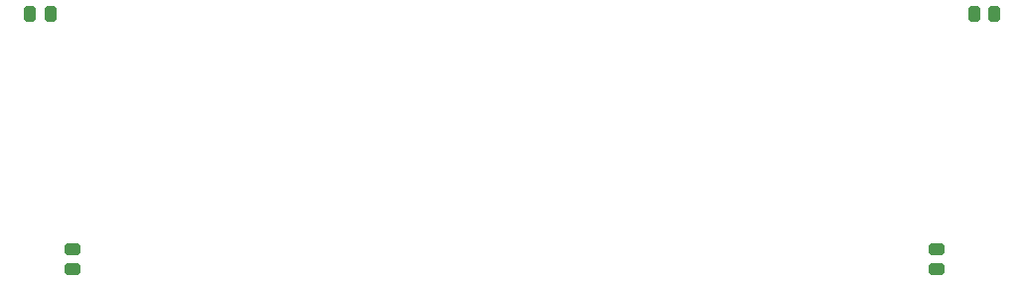
<source format=gtp>
G04 #@! TF.GenerationSoftware,KiCad,Pcbnew,(6.0.1-0)*
G04 #@! TF.CreationDate,2022-02-13T03:47:25-05:00*
G04 #@! TF.ProjectId,Adapter-30,41646170-7465-4722-9d33-302e6b696361,1.0-SOP*
G04 #@! TF.SameCoordinates,Original*
G04 #@! TF.FileFunction,Paste,Top*
G04 #@! TF.FilePolarity,Positive*
%FSLAX46Y46*%
G04 Gerber Fmt 4.6, Leading zero omitted, Abs format (unit mm)*
G04 Created by KiCad (PCBNEW (6.0.1-0)) date 2022-02-13 03:47:25*
%MOMM*%
%LPD*%
G01*
G04 APERTURE LIST*
G04 Aperture macros list*
%AMRoundRect*
0 Rectangle with rounded corners*
0 $1 Rounding radius*
0 $2 $3 $4 $5 $6 $7 $8 $9 X,Y pos of 4 corners*
0 Add a 4 corners polygon primitive as box body*
4,1,4,$2,$3,$4,$5,$6,$7,$8,$9,$2,$3,0*
0 Add four circle primitives for the rounded corners*
1,1,$1+$1,$2,$3*
1,1,$1+$1,$4,$5*
1,1,$1+$1,$6,$7*
1,1,$1+$1,$8,$9*
0 Add four rect primitives between the rounded corners*
20,1,$1+$1,$2,$3,$4,$5,0*
20,1,$1+$1,$4,$5,$6,$7,0*
20,1,$1+$1,$6,$7,$8,$9,0*
20,1,$1+$1,$8,$9,$2,$3,0*%
G04 Aperture macros list end*
%ADD10RoundRect,0.237500X0.437500X-0.262500X0.437500X0.262500X-0.437500X0.262500X-0.437500X-0.262500X0*%
%ADD11RoundRect,0.237500X-0.262500X-0.437500X0.262500X-0.437500X0.262500X0.437500X-0.262500X0.437500X0*%
%ADD12RoundRect,0.237500X0.262500X0.437500X-0.262500X0.437500X-0.262500X-0.437500X0.262500X-0.437500X0*%
G04 APERTURE END LIST*
D10*
X83820000Y-96075500D03*
X83820000Y-94375500D03*
X157480000Y-96075500D03*
X157480000Y-94375500D03*
D11*
X160655000Y-74295000D03*
X162355000Y-74295000D03*
D12*
X81915000Y-74295000D03*
X80215000Y-74295000D03*
M02*

</source>
